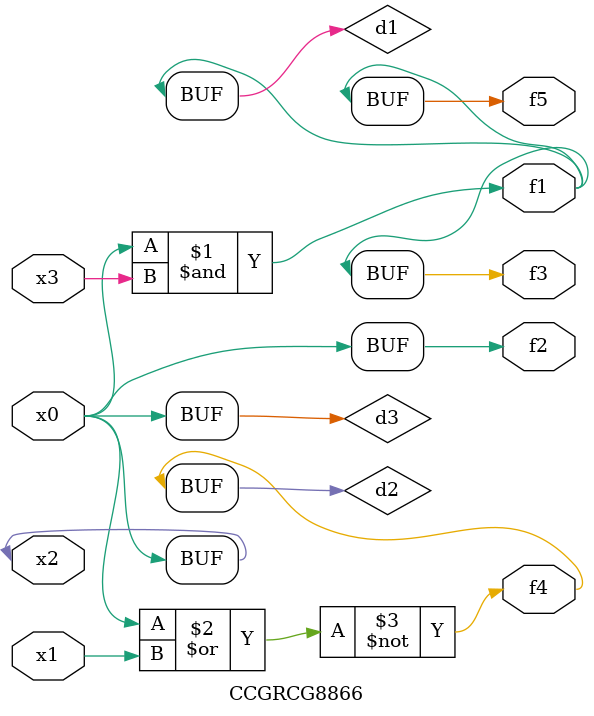
<source format=v>
module CCGRCG8866(
	input x0, x1, x2, x3,
	output f1, f2, f3, f4, f5
);

	wire d1, d2, d3;

	and (d1, x2, x3);
	nor (d2, x0, x1);
	buf (d3, x0, x2);
	assign f1 = d1;
	assign f2 = d3;
	assign f3 = d1;
	assign f4 = d2;
	assign f5 = d1;
endmodule

</source>
